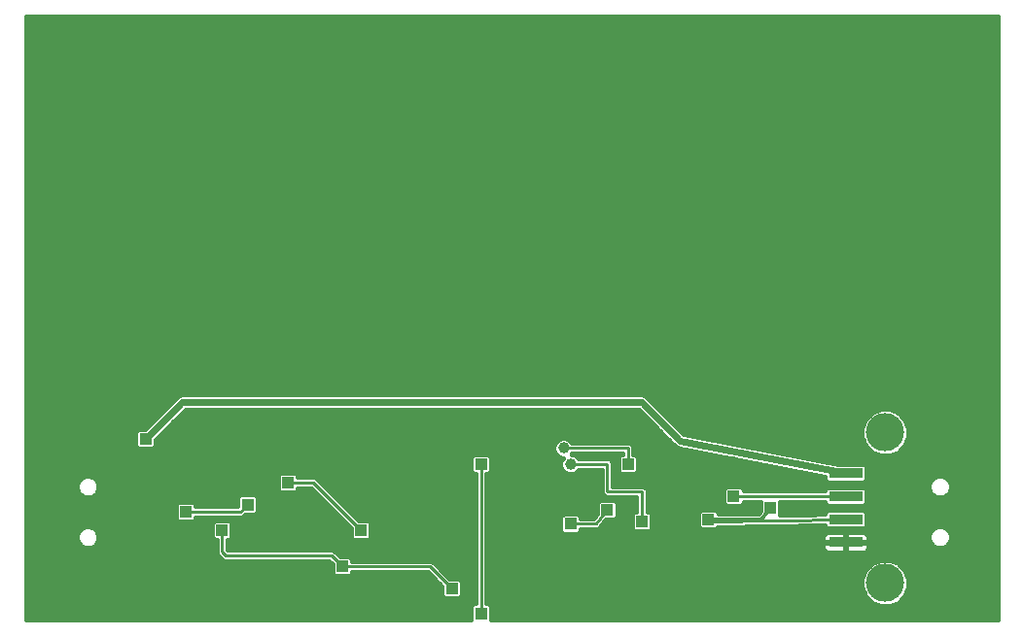
<source format=gbl>
G75*
G70*
%OFA0B0*%
%FSLAX24Y24*%
%IPPOS*%
%LPD*%
%AMOC8*
5,1,8,0,0,1.08239X$1,22.5*
%
%ADD10C,0.1310*%
%ADD11R,0.1181X0.0354*%
%ADD12C,0.0100*%
%ADD13R,0.0396X0.0396*%
%ADD14C,0.0160*%
%ADD15C,0.0396*%
%ADD16C,0.0240*%
%ADD17C,0.0120*%
D10*
X029734Y001660D03*
X029734Y006830D03*
D11*
X028376Y005426D03*
X028376Y004639D03*
X028376Y003851D03*
X028376Y003064D03*
D12*
X028376Y003851D02*
X023671Y003772D01*
X023671Y003851D01*
X024537Y004639D02*
X028376Y004639D01*
X021387Y004796D02*
X021387Y003772D01*
X021387Y004796D02*
X020206Y004796D01*
X020206Y005741D01*
X018946Y005741D01*
X018710Y006292D02*
X020915Y006292D01*
X020915Y005741D01*
X020206Y004166D02*
X019813Y003694D01*
X018946Y003694D01*
X015876Y005741D02*
X015876Y000623D01*
X014878Y001479D02*
X014128Y002229D01*
X011128Y002229D01*
X010753Y002604D01*
X007128Y002604D01*
X007003Y002729D01*
X007003Y003479D01*
X007628Y004104D02*
X007878Y004354D01*
X007628Y004104D02*
X005753Y004104D01*
X009253Y005104D02*
X010128Y005104D01*
X011753Y003479D01*
X017765Y008733D02*
X017844Y008733D01*
X017844Y008654D01*
D13*
X017765Y008733D03*
X015876Y005741D03*
X018946Y003694D03*
X020206Y004166D03*
X021387Y003772D03*
X023671Y003851D03*
X024537Y004639D03*
X025797Y004245D03*
X028317Y007473D03*
X020915Y005741D03*
X014878Y001479D03*
X015876Y000623D03*
X011753Y003479D03*
X011128Y002229D03*
X007878Y003604D03*
X007878Y004354D03*
X006753Y004854D03*
X005753Y004104D03*
X005878Y003479D03*
X007003Y003479D03*
X009253Y005104D03*
X011503Y004854D03*
X004380Y006607D03*
X004253Y002979D03*
D14*
X000308Y000409D02*
X000308Y021095D01*
X033592Y021095D01*
X033592Y000409D01*
X016214Y000409D01*
X016214Y000879D01*
X016132Y000961D01*
X016066Y000961D01*
X016066Y005403D01*
X016132Y005403D01*
X016214Y005485D01*
X016214Y005997D01*
X016132Y006079D01*
X015619Y006079D01*
X015537Y005997D01*
X015537Y005485D01*
X015619Y005403D01*
X015686Y005403D01*
X015686Y000961D01*
X015619Y000961D01*
X015537Y000879D01*
X015537Y000409D01*
X000308Y000409D01*
X000308Y000537D02*
X015537Y000537D01*
X015537Y000695D02*
X000308Y000695D01*
X000308Y000854D02*
X015537Y000854D01*
X015686Y001012D02*
X000308Y001012D01*
X000308Y001171D02*
X014592Y001171D01*
X014621Y001141D02*
X014539Y001223D01*
X014539Y001549D01*
X014049Y002039D01*
X011466Y002039D01*
X011466Y001973D01*
X011384Y001891D01*
X010871Y001891D01*
X010789Y001973D01*
X010789Y002299D01*
X010674Y002414D01*
X007049Y002414D01*
X006938Y002525D01*
X006813Y002650D01*
X006813Y003141D01*
X006746Y003141D01*
X006664Y003223D01*
X006664Y003735D01*
X006746Y003817D01*
X007259Y003817D01*
X007341Y003735D01*
X007341Y003223D01*
X007259Y003141D01*
X007193Y003141D01*
X007193Y002808D01*
X007206Y002794D01*
X010831Y002794D01*
X011058Y002567D01*
X011384Y002567D01*
X011466Y002485D01*
X011466Y002419D01*
X014206Y002419D01*
X014318Y002308D01*
X014808Y001817D01*
X015134Y001817D01*
X015216Y001735D01*
X015216Y001223D01*
X015134Y001141D01*
X014621Y001141D01*
X014539Y001329D02*
X000308Y001329D01*
X000308Y001488D02*
X014539Y001488D01*
X014442Y001646D02*
X000308Y001646D01*
X000308Y001805D02*
X014283Y001805D01*
X014125Y001963D02*
X011456Y001963D01*
X010799Y001963D02*
X000308Y001963D01*
X000308Y002122D02*
X010789Y002122D01*
X010789Y002280D02*
X000308Y002280D01*
X000308Y002439D02*
X007024Y002439D01*
X006866Y002597D02*
X000308Y002597D01*
X000308Y002756D02*
X006813Y002756D01*
X006813Y002914D02*
X002599Y002914D01*
X002610Y002919D02*
X002716Y003025D01*
X002773Y003163D01*
X002773Y003313D01*
X002716Y003451D01*
X002610Y003557D01*
X002471Y003615D01*
X002321Y003615D01*
X002183Y003557D01*
X002077Y003451D01*
X002019Y003313D01*
X002019Y003163D01*
X002077Y003025D01*
X002183Y002919D01*
X002321Y002861D01*
X002471Y002861D01*
X002610Y002919D01*
X002736Y003073D02*
X006813Y003073D01*
X006664Y003231D02*
X002773Y003231D01*
X002741Y003390D02*
X006664Y003390D01*
X006664Y003548D02*
X002619Y003548D01*
X002173Y003548D02*
X000308Y003548D01*
X000308Y003390D02*
X002051Y003390D01*
X002019Y003231D02*
X000308Y003231D01*
X000308Y003073D02*
X002057Y003073D01*
X002194Y002914D02*
X000308Y002914D01*
X000308Y003707D02*
X006664Y003707D01*
X006091Y003848D02*
X006091Y003914D01*
X007549Y003914D01*
X007706Y003914D01*
X007808Y004016D01*
X008134Y004016D01*
X008216Y004098D01*
X008216Y004610D01*
X008134Y004692D01*
X007621Y004692D01*
X007539Y004610D01*
X007539Y004294D01*
X006091Y004294D01*
X006091Y004360D01*
X006009Y004442D01*
X005496Y004442D01*
X005414Y004360D01*
X005414Y003848D01*
X005496Y003766D01*
X006009Y003766D01*
X006091Y003848D01*
X006091Y003865D02*
X011098Y003865D01*
X011256Y003707D02*
X007341Y003707D01*
X007341Y003548D02*
X011414Y003548D01*
X011414Y003549D02*
X011414Y003223D01*
X011496Y003141D01*
X012009Y003141D01*
X012091Y003223D01*
X012091Y003735D01*
X012009Y003817D01*
X011683Y003817D01*
X010206Y005294D01*
X009591Y005294D01*
X009591Y005360D01*
X009509Y005442D01*
X008996Y005442D01*
X008914Y005360D01*
X008914Y004848D01*
X008996Y004766D01*
X009509Y004766D01*
X009591Y004848D01*
X009591Y004914D01*
X010049Y004914D01*
X011414Y003549D01*
X011414Y003390D02*
X007341Y003390D01*
X007341Y003231D02*
X011414Y003231D01*
X012091Y003231D02*
X015686Y003231D01*
X015686Y003073D02*
X007193Y003073D01*
X007193Y002914D02*
X015686Y002914D01*
X015686Y002756D02*
X010870Y002756D01*
X011028Y002597D02*
X015686Y002597D01*
X015686Y002439D02*
X011466Y002439D01*
X012091Y003390D02*
X015686Y003390D01*
X015686Y003548D02*
X012091Y003548D01*
X012091Y003707D02*
X015686Y003707D01*
X015686Y003865D02*
X011635Y003865D01*
X011477Y004024D02*
X015686Y004024D01*
X015686Y004182D02*
X011318Y004182D01*
X011160Y004341D02*
X015686Y004341D01*
X015686Y004499D02*
X011001Y004499D01*
X010843Y004658D02*
X015686Y004658D01*
X015686Y004816D02*
X010684Y004816D01*
X010526Y004975D02*
X015686Y004975D01*
X015686Y005133D02*
X010367Y005133D01*
X010209Y005292D02*
X015686Y005292D01*
X015572Y005450D02*
X000308Y005450D01*
X000308Y005292D02*
X002187Y005292D01*
X002183Y005290D02*
X002077Y005184D01*
X002019Y005045D01*
X002019Y004895D01*
X002077Y004757D01*
X002183Y004651D01*
X002321Y004593D01*
X002471Y004593D01*
X002610Y004651D01*
X002716Y004757D01*
X002773Y004895D01*
X002773Y005045D01*
X002716Y005184D01*
X002610Y005290D01*
X002471Y005347D01*
X002321Y005347D01*
X002183Y005290D01*
X002056Y005133D02*
X000308Y005133D01*
X000308Y004975D02*
X002019Y004975D01*
X002052Y004816D02*
X000308Y004816D01*
X000308Y004658D02*
X002176Y004658D01*
X002616Y004658D02*
X007587Y004658D01*
X007539Y004499D02*
X000308Y004499D01*
X000308Y004341D02*
X005414Y004341D01*
X005414Y004182D02*
X000308Y004182D01*
X000308Y004024D02*
X005414Y004024D01*
X005414Y003865D02*
X000308Y003865D01*
X002605Y005292D02*
X008914Y005292D01*
X008914Y005133D02*
X002737Y005133D01*
X002773Y004975D02*
X008914Y004975D01*
X008946Y004816D02*
X002740Y004816D01*
X004123Y006269D02*
X004636Y006269D01*
X004718Y006351D01*
X004718Y006578D01*
X005747Y007607D01*
X021280Y007607D01*
X022504Y006382D01*
X022519Y006360D01*
X022541Y006346D01*
X022559Y006328D01*
X022583Y006318D01*
X022605Y006303D01*
X022631Y006298D01*
X022655Y006288D01*
X022681Y006288D01*
X027645Y005306D01*
X027645Y005191D01*
X027727Y005109D01*
X029024Y005109D01*
X029106Y005191D01*
X029106Y005661D01*
X029024Y005743D01*
X028112Y005743D01*
X022834Y006788D01*
X021608Y008014D01*
X021535Y008087D01*
X021439Y008127D01*
X005588Y008127D01*
X005492Y008087D01*
X004350Y006945D01*
X004123Y006945D01*
X004041Y006863D01*
X004041Y006351D01*
X004123Y006269D01*
X004041Y006401D02*
X000308Y006401D01*
X000308Y006243D02*
X018372Y006243D01*
X018372Y006225D02*
X018424Y006101D01*
X018519Y006005D01*
X018643Y005954D01*
X018681Y005954D01*
X018660Y005932D01*
X018608Y005808D01*
X018608Y005674D01*
X018660Y005549D01*
X018755Y005454D01*
X018879Y005403D01*
X019014Y005403D01*
X019138Y005454D01*
X019233Y005549D01*
X019234Y005551D01*
X020016Y005551D01*
X020016Y004717D01*
X020128Y004606D01*
X021197Y004606D01*
X021197Y004111D01*
X021131Y004111D01*
X021049Y004029D01*
X021049Y003516D01*
X021131Y003434D01*
X021644Y003434D01*
X021726Y003516D01*
X021726Y004029D01*
X021644Y004111D01*
X021577Y004111D01*
X021577Y004875D01*
X021466Y004986D01*
X020396Y004986D01*
X020396Y005820D01*
X020285Y005931D01*
X019234Y005931D01*
X019233Y005932D01*
X019138Y006028D01*
X019014Y006079D01*
X018975Y006079D01*
X018997Y006101D01*
X018998Y006102D01*
X020725Y006102D01*
X020725Y006079D01*
X020659Y006079D01*
X020577Y005997D01*
X020577Y005485D01*
X020659Y005403D01*
X021171Y005403D01*
X021253Y005485D01*
X021253Y005997D01*
X021171Y006079D01*
X021105Y006079D01*
X021105Y006371D01*
X020994Y006482D01*
X018998Y006482D01*
X018997Y006484D01*
X018902Y006579D01*
X018777Y006630D01*
X018643Y006630D01*
X018519Y006579D01*
X018424Y006484D01*
X018372Y006359D01*
X018372Y006225D01*
X018440Y006084D02*
X000308Y006084D01*
X000308Y005926D02*
X015537Y005926D01*
X015537Y005767D02*
X000308Y005767D01*
X000308Y005609D02*
X015537Y005609D01*
X016066Y005292D02*
X020016Y005292D01*
X020016Y005450D02*
X019128Y005450D01*
X018765Y005450D02*
X016179Y005450D01*
X016214Y005609D02*
X018635Y005609D01*
X018608Y005767D02*
X016214Y005767D01*
X016214Y005926D02*
X018657Y005926D01*
X018980Y006084D02*
X020725Y006084D01*
X020577Y005926D02*
X020290Y005926D01*
X020396Y005767D02*
X020577Y005767D01*
X020577Y005609D02*
X020396Y005609D01*
X020396Y005450D02*
X020612Y005450D01*
X020396Y005292D02*
X027645Y005292D01*
X027703Y005133D02*
X020396Y005133D01*
X020016Y005133D02*
X016066Y005133D01*
X016066Y004975D02*
X020016Y004975D01*
X020016Y004816D02*
X016066Y004816D01*
X016066Y004658D02*
X020076Y004658D01*
X019950Y004504D02*
X019868Y004422D01*
X019868Y004057D01*
X019724Y003884D01*
X019285Y003884D01*
X019285Y003950D01*
X019203Y004032D01*
X018690Y004032D01*
X018608Y003950D01*
X018608Y003438D01*
X018690Y003356D01*
X019203Y003356D01*
X019285Y003438D01*
X019285Y003504D01*
X019744Y003504D01*
X019751Y003497D01*
X019821Y003504D01*
X019891Y003504D01*
X019898Y003511D01*
X019908Y003512D01*
X019953Y003565D01*
X020003Y003615D01*
X020003Y003625D01*
X020172Y003828D01*
X020462Y003828D01*
X020544Y003910D01*
X020544Y004422D01*
X020462Y004504D01*
X019950Y004504D01*
X019945Y004499D02*
X016066Y004499D01*
X016066Y004341D02*
X019868Y004341D01*
X019868Y004182D02*
X016066Y004182D01*
X016066Y004024D02*
X018682Y004024D01*
X018608Y003865D02*
X016066Y003865D01*
X016066Y003707D02*
X018608Y003707D01*
X018608Y003548D02*
X016066Y003548D01*
X016066Y003390D02*
X018656Y003390D01*
X019237Y003390D02*
X027682Y003390D01*
X027675Y003385D02*
X027641Y003351D01*
X027617Y003310D01*
X027605Y003265D01*
X027605Y003072D01*
X028367Y003072D01*
X028367Y003055D01*
X028384Y003055D01*
X028384Y002707D01*
X028990Y002707D01*
X029036Y002719D01*
X029077Y002743D01*
X029110Y002776D01*
X029134Y002817D01*
X029146Y002863D01*
X029146Y003055D01*
X028384Y003055D01*
X028384Y003072D01*
X029146Y003072D01*
X029146Y003265D01*
X029134Y003310D01*
X029110Y003351D01*
X029077Y003385D01*
X029036Y003409D01*
X028990Y003421D01*
X028384Y003421D01*
X028384Y003072D01*
X028367Y003072D01*
X028367Y003421D01*
X027761Y003421D01*
X027716Y003409D01*
X027675Y003385D01*
X027727Y003534D02*
X029024Y003534D01*
X029106Y003616D01*
X029106Y004086D01*
X029024Y004168D01*
X027727Y004168D01*
X027645Y004086D01*
X027645Y004029D01*
X026135Y004004D01*
X026135Y004449D01*
X027645Y004449D01*
X027645Y004403D01*
X027727Y004321D01*
X029024Y004321D01*
X029106Y004403D01*
X029106Y004874D01*
X029024Y004956D01*
X027727Y004956D01*
X027645Y004874D01*
X027645Y004829D01*
X024875Y004829D01*
X024875Y004895D01*
X024793Y004977D01*
X024281Y004977D01*
X024199Y004895D01*
X024199Y004382D01*
X024281Y004300D01*
X024793Y004300D01*
X024875Y004382D01*
X024875Y004449D01*
X025459Y004449D01*
X025459Y004142D01*
X025386Y004051D01*
X024009Y004051D01*
X024009Y004107D01*
X023927Y004189D01*
X023415Y004189D01*
X023333Y004107D01*
X023333Y003595D01*
X023415Y003513D01*
X023927Y003513D01*
X024002Y003588D01*
X027645Y003649D01*
X027645Y003616D01*
X027727Y003534D01*
X027713Y003548D02*
X023962Y003548D01*
X023380Y003548D02*
X021726Y003548D01*
X021726Y003707D02*
X023333Y003707D01*
X023333Y003865D02*
X021726Y003865D01*
X021726Y004024D02*
X023333Y004024D01*
X023408Y004182D02*
X021577Y004182D01*
X021577Y004341D02*
X024241Y004341D01*
X024199Y004499D02*
X021577Y004499D01*
X021577Y004658D02*
X024199Y004658D01*
X024199Y004816D02*
X021577Y004816D01*
X021478Y004975D02*
X024279Y004975D01*
X024795Y004975D02*
X031230Y004975D01*
X031230Y005045D02*
X031230Y004895D01*
X031287Y004757D01*
X031393Y004651D01*
X031532Y004593D01*
X031682Y004593D01*
X031820Y004651D01*
X031926Y004757D01*
X031984Y004895D01*
X031984Y005045D01*
X031926Y005184D01*
X031820Y005290D01*
X031682Y005347D01*
X031532Y005347D01*
X031393Y005290D01*
X031287Y005184D01*
X031230Y005045D01*
X031266Y005133D02*
X029048Y005133D01*
X029106Y005292D02*
X031398Y005292D01*
X031816Y005292D02*
X033592Y005292D01*
X033592Y005450D02*
X029106Y005450D01*
X029106Y005609D02*
X033592Y005609D01*
X033592Y005767D02*
X027991Y005767D01*
X027191Y005926D02*
X033592Y005926D01*
X033592Y006084D02*
X030011Y006084D01*
X029892Y006035D02*
X030184Y006156D01*
X030408Y006380D01*
X030529Y006672D01*
X030529Y006988D01*
X030408Y007280D01*
X030184Y007504D01*
X029892Y007625D01*
X029576Y007625D01*
X029284Y007504D01*
X029060Y007280D01*
X028939Y006988D01*
X028939Y006672D01*
X029060Y006380D01*
X029284Y006156D01*
X029576Y006035D01*
X029892Y006035D01*
X030271Y006243D02*
X033592Y006243D01*
X033592Y006401D02*
X030417Y006401D01*
X030482Y006560D02*
X033592Y006560D01*
X033592Y006718D02*
X030529Y006718D01*
X030529Y006877D02*
X033592Y006877D01*
X033592Y007035D02*
X030509Y007035D01*
X030444Y007194D02*
X033592Y007194D01*
X033592Y007352D02*
X030336Y007352D01*
X030168Y007511D02*
X033592Y007511D01*
X033592Y007669D02*
X021953Y007669D01*
X022111Y007511D02*
X029300Y007511D01*
X029132Y007352D02*
X022270Y007352D01*
X022428Y007194D02*
X029024Y007194D01*
X028958Y007035D02*
X022587Y007035D01*
X022745Y006877D02*
X028939Y006877D01*
X028939Y006718D02*
X023186Y006718D01*
X022911Y006243D02*
X021105Y006243D01*
X021105Y006084D02*
X023711Y006084D01*
X023987Y006560D02*
X028985Y006560D01*
X029051Y006401D02*
X024788Y006401D01*
X024512Y005926D02*
X021253Y005926D01*
X021253Y005767D02*
X025313Y005767D01*
X025589Y006243D02*
X029197Y006243D01*
X029457Y006084D02*
X026390Y006084D01*
X026114Y005609D02*
X021253Y005609D01*
X021218Y005450D02*
X026915Y005450D01*
X026135Y004341D02*
X027708Y004341D01*
X027322Y004024D02*
X026135Y004024D01*
X026135Y004182D02*
X033592Y004182D01*
X033592Y004024D02*
X029106Y004024D01*
X029106Y003865D02*
X033592Y003865D01*
X033592Y003707D02*
X029106Y003707D01*
X029038Y003548D02*
X031384Y003548D01*
X031393Y003557D02*
X031287Y003451D01*
X031230Y003313D01*
X031230Y003163D01*
X031287Y003025D01*
X031393Y002919D01*
X031532Y002861D01*
X031682Y002861D01*
X031820Y002919D01*
X031926Y003025D01*
X031984Y003163D01*
X031984Y003313D01*
X031926Y003451D01*
X031820Y003557D01*
X031682Y003615D01*
X031532Y003615D01*
X031393Y003557D01*
X031262Y003390D02*
X029069Y003390D01*
X029146Y003231D02*
X031230Y003231D01*
X031268Y003073D02*
X029146Y003073D01*
X029146Y002914D02*
X031404Y002914D01*
X031810Y002914D02*
X033592Y002914D01*
X033592Y002756D02*
X029090Y002756D01*
X029284Y002334D02*
X029060Y002110D01*
X028939Y001818D01*
X028939Y001502D01*
X029060Y001210D01*
X029284Y000986D01*
X029576Y000865D01*
X029892Y000865D01*
X030184Y000986D01*
X030408Y001210D01*
X030529Y001502D01*
X030529Y001818D01*
X030408Y002110D01*
X030184Y002334D01*
X029892Y002455D01*
X029576Y002455D01*
X029284Y002334D01*
X029230Y002280D02*
X016066Y002280D01*
X016066Y002122D02*
X029071Y002122D01*
X028999Y001963D02*
X016066Y001963D01*
X016066Y001805D02*
X028939Y001805D01*
X028939Y001646D02*
X016066Y001646D01*
X016066Y001488D02*
X028945Y001488D01*
X029010Y001329D02*
X016066Y001329D01*
X016066Y001171D02*
X029099Y001171D01*
X029257Y001012D02*
X016066Y001012D01*
X016214Y000854D02*
X033592Y000854D01*
X033592Y001012D02*
X030210Y001012D01*
X030369Y001171D02*
X033592Y001171D01*
X033592Y001329D02*
X030457Y001329D01*
X030523Y001488D02*
X033592Y001488D01*
X033592Y001646D02*
X030529Y001646D01*
X030529Y001805D02*
X033592Y001805D01*
X033592Y001963D02*
X030469Y001963D01*
X030396Y002122D02*
X033592Y002122D01*
X033592Y002280D02*
X030238Y002280D01*
X029931Y002439D02*
X033592Y002439D01*
X033592Y002597D02*
X016066Y002597D01*
X016066Y002439D02*
X029536Y002439D01*
X028384Y002756D02*
X028367Y002756D01*
X028367Y002707D02*
X027761Y002707D01*
X027716Y002719D01*
X027675Y002743D01*
X027641Y002776D01*
X027617Y002817D01*
X027605Y002863D01*
X027605Y003055D01*
X028367Y003055D01*
X028367Y002707D01*
X028367Y002914D02*
X028384Y002914D01*
X028367Y003073D02*
X028384Y003073D01*
X028367Y003231D02*
X028384Y003231D01*
X028367Y003390D02*
X028384Y003390D01*
X027605Y003231D02*
X016066Y003231D01*
X016066Y003073D02*
X027605Y003073D01*
X027605Y002914D02*
X016066Y002914D01*
X016066Y002756D02*
X027662Y002756D01*
X029043Y004341D02*
X033592Y004341D01*
X033592Y004499D02*
X029106Y004499D01*
X029106Y004658D02*
X031387Y004658D01*
X031263Y004816D02*
X029106Y004816D01*
X031827Y004658D02*
X033592Y004658D01*
X033592Y004816D02*
X031951Y004816D01*
X031984Y004975D02*
X033592Y004975D01*
X033592Y005133D02*
X031947Y005133D01*
X031830Y003548D02*
X033592Y003548D01*
X033592Y003390D02*
X031952Y003390D01*
X031984Y003231D02*
X033592Y003231D01*
X033592Y003073D02*
X031946Y003073D01*
X033592Y000695D02*
X016214Y000695D01*
X016214Y000537D02*
X033592Y000537D01*
X025459Y004182D02*
X023934Y004182D01*
X024833Y004341D02*
X025459Y004341D01*
X022486Y006401D02*
X021075Y006401D01*
X022010Y006877D02*
X005017Y006877D01*
X005175Y007035D02*
X021852Y007035D01*
X021693Y007194D02*
X005334Y007194D01*
X005492Y007352D02*
X021535Y007352D01*
X021376Y007511D02*
X005651Y007511D01*
X005232Y007828D02*
X000308Y007828D01*
X000308Y007986D02*
X005391Y007986D01*
X005074Y007669D02*
X000308Y007669D01*
X000308Y007511D02*
X004915Y007511D01*
X004757Y007352D02*
X000308Y007352D01*
X000308Y007194D02*
X004598Y007194D01*
X004440Y007035D02*
X000308Y007035D01*
X000308Y006877D02*
X004055Y006877D01*
X004041Y006718D02*
X000308Y006718D01*
X000308Y006560D02*
X004041Y006560D01*
X004718Y006560D02*
X018500Y006560D01*
X018389Y006401D02*
X004718Y006401D01*
X004858Y006718D02*
X022169Y006718D01*
X022327Y006560D02*
X018921Y006560D01*
X021608Y008014D02*
X021608Y008014D01*
X021636Y007986D02*
X033592Y007986D01*
X033592Y007828D02*
X021794Y007828D01*
X021197Y004499D02*
X020468Y004499D01*
X020544Y004341D02*
X021197Y004341D01*
X021197Y004182D02*
X020544Y004182D01*
X020544Y004024D02*
X021049Y004024D01*
X021049Y003865D02*
X020499Y003865D01*
X020071Y003707D02*
X021049Y003707D01*
X021049Y003548D02*
X019939Y003548D01*
X019840Y004024D02*
X019211Y004024D01*
X015686Y002280D02*
X014345Y002280D01*
X014504Y002122D02*
X015686Y002122D01*
X015686Y001963D02*
X014662Y001963D01*
X015146Y001805D02*
X015686Y001805D01*
X015686Y001646D02*
X015216Y001646D01*
X015216Y001488D02*
X015686Y001488D01*
X015686Y001329D02*
X015216Y001329D01*
X015163Y001171D02*
X015686Y001171D01*
X010939Y004024D02*
X008141Y004024D01*
X008216Y004182D02*
X010781Y004182D01*
X010622Y004341D02*
X008216Y004341D01*
X008216Y004499D02*
X010464Y004499D01*
X010305Y004658D02*
X008168Y004658D01*
X007539Y004341D02*
X006091Y004341D01*
X009559Y004816D02*
X010147Y004816D01*
X000308Y008145D02*
X033592Y008145D01*
X033592Y008303D02*
X000308Y008303D01*
X000308Y008462D02*
X033592Y008462D01*
X033592Y008620D02*
X000308Y008620D01*
X000308Y008779D02*
X033592Y008779D01*
X033592Y008937D02*
X000308Y008937D01*
X000308Y009096D02*
X033592Y009096D01*
X033592Y009254D02*
X000308Y009254D01*
X000308Y009413D02*
X033592Y009413D01*
X033592Y009571D02*
X000308Y009571D01*
X000308Y009730D02*
X033592Y009730D01*
X033592Y009888D02*
X000308Y009888D01*
X000308Y010047D02*
X033592Y010047D01*
X033592Y010205D02*
X000308Y010205D01*
X000308Y010364D02*
X033592Y010364D01*
X033592Y010522D02*
X000308Y010522D01*
X000308Y010681D02*
X033592Y010681D01*
X033592Y010839D02*
X000308Y010839D01*
X000308Y010998D02*
X033592Y010998D01*
X033592Y011156D02*
X000308Y011156D01*
X000308Y011315D02*
X033592Y011315D01*
X033592Y011473D02*
X000308Y011473D01*
X000308Y011632D02*
X033592Y011632D01*
X033592Y011790D02*
X000308Y011790D01*
X000308Y011949D02*
X033592Y011949D01*
X033592Y012107D02*
X000308Y012107D01*
X000308Y012266D02*
X033592Y012266D01*
X033592Y012424D02*
X000308Y012424D01*
X000308Y012583D02*
X033592Y012583D01*
X033592Y012741D02*
X000308Y012741D01*
X000308Y012900D02*
X033592Y012900D01*
X033592Y013058D02*
X000308Y013058D01*
X000308Y013217D02*
X033592Y013217D01*
X033592Y013375D02*
X000308Y013375D01*
X000308Y013534D02*
X033592Y013534D01*
X033592Y013692D02*
X000308Y013692D01*
X000308Y013851D02*
X033592Y013851D01*
X033592Y014009D02*
X000308Y014009D01*
X000308Y014168D02*
X033592Y014168D01*
X033592Y014326D02*
X000308Y014326D01*
X000308Y014485D02*
X033592Y014485D01*
X033592Y014643D02*
X000308Y014643D01*
X000308Y014802D02*
X033592Y014802D01*
X033592Y014960D02*
X000308Y014960D01*
X000308Y015119D02*
X033592Y015119D01*
X033592Y015277D02*
X000308Y015277D01*
X000308Y015436D02*
X033592Y015436D01*
X033592Y015594D02*
X000308Y015594D01*
X000308Y015753D02*
X033592Y015753D01*
X033592Y015911D02*
X000308Y015911D01*
X000308Y016070D02*
X033592Y016070D01*
X033592Y016228D02*
X000308Y016228D01*
X000308Y016387D02*
X033592Y016387D01*
X033592Y016545D02*
X000308Y016545D01*
X000308Y016704D02*
X033592Y016704D01*
X033592Y016862D02*
X000308Y016862D01*
X000308Y017021D02*
X033592Y017021D01*
X033592Y017179D02*
X000308Y017179D01*
X000308Y017338D02*
X033592Y017338D01*
X033592Y017496D02*
X000308Y017496D01*
X000308Y017655D02*
X033592Y017655D01*
X033592Y017813D02*
X000308Y017813D01*
X000308Y017972D02*
X033592Y017972D01*
X033592Y018130D02*
X000308Y018130D01*
X000308Y018289D02*
X033592Y018289D01*
X033592Y018447D02*
X000308Y018447D01*
X000308Y018606D02*
X033592Y018606D01*
X033592Y018764D02*
X000308Y018764D01*
X000308Y018923D02*
X033592Y018923D01*
X033592Y019081D02*
X000308Y019081D01*
X000308Y019240D02*
X033592Y019240D01*
X033592Y019398D02*
X000308Y019398D01*
X000308Y019557D02*
X033592Y019557D01*
X033592Y019715D02*
X000308Y019715D01*
X000308Y019874D02*
X033592Y019874D01*
X033592Y020032D02*
X000308Y020032D01*
X000308Y020191D02*
X033592Y020191D01*
X033592Y020349D02*
X000308Y020349D01*
X000308Y020508D02*
X033592Y020508D01*
X033592Y020666D02*
X000308Y020666D01*
X000308Y020825D02*
X033592Y020825D01*
X033592Y020983D02*
X000308Y020983D01*
D15*
X018238Y006686D03*
X018710Y006292D03*
X018946Y005741D03*
X021309Y003221D03*
X025167Y000623D03*
X016506Y003143D03*
D16*
X021387Y007867D02*
X022706Y006548D01*
X028376Y005426D01*
X021387Y007867D02*
X005639Y007867D01*
X004380Y006607D01*
D17*
X023671Y003851D02*
X025482Y003851D01*
X025797Y004245D01*
M02*

</source>
